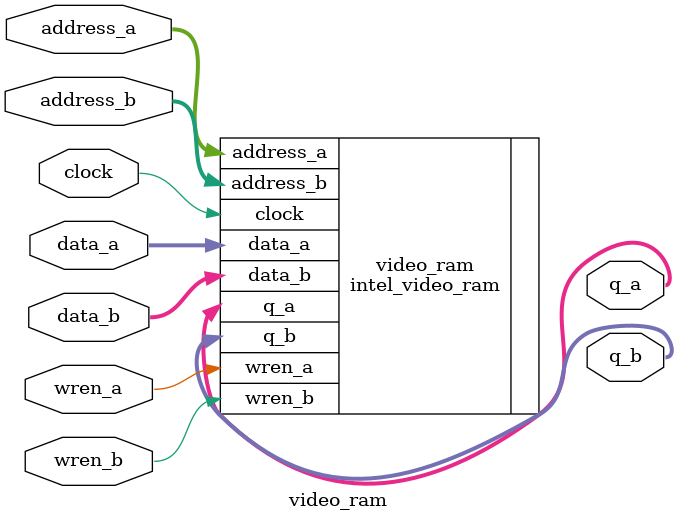
<source format=v>
module video_ram #(
    parameter SIM_TYPE = "modelsim"
) (
    input [7:0] address_a,
    input [7:0] address_b,
    input clock,
    input [3:0] data_a,
    input [3:0] data_b,
    input wren_a,
    input wren_b,
    output [3:0] q_a,
    output [3:0] q_b
);
  intel_video_ram video_ram (
      .clock(clock),

      .address_a(address_a),
      .data_a(data_a),
      .q_a(q_a),
      .wren_a(wren_a),

      .address_b(address_b),
      .data_b(data_b),
      .q_b(q_b),
      .wren_b(wren_b)
  );
endmodule

</source>
